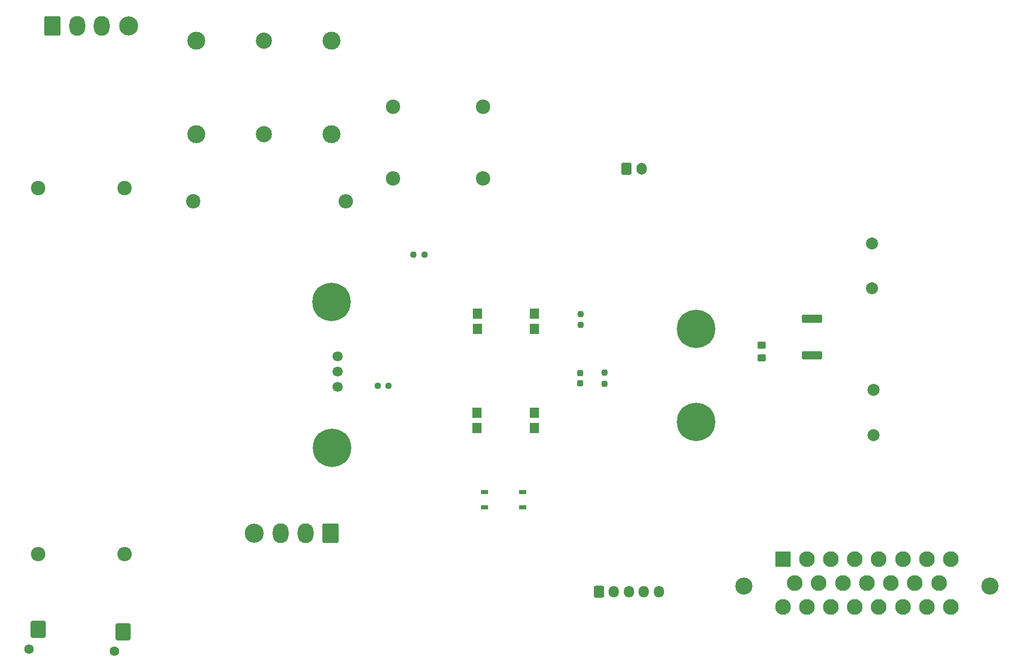
<source format=gbr>
%TF.GenerationSoftware,KiCad,Pcbnew,(6.0.1)*%
%TF.CreationDate,2022-11-29T11:45:27-05:00*%
%TF.ProjectId,high-voltage-board,68696768-2d76-46f6-9c74-6167652d626f,rev?*%
%TF.SameCoordinates,Original*%
%TF.FileFunction,Soldermask,Bot*%
%TF.FilePolarity,Negative*%
%FSLAX46Y46*%
G04 Gerber Fmt 4.6, Leading zero omitted, Abs format (unit mm)*
G04 Created by KiCad (PCBNEW (6.0.1)) date 2022-11-29 11:45:27*
%MOMM*%
%LPD*%
G01*
G04 APERTURE LIST*
G04 Aperture macros list*
%AMRoundRect*
0 Rectangle with rounded corners*
0 $1 Rounding radius*
0 $2 $3 $4 $5 $6 $7 $8 $9 X,Y pos of 4 corners*
0 Add a 4 corners polygon primitive as box body*
4,1,4,$2,$3,$4,$5,$6,$7,$8,$9,$2,$3,0*
0 Add four circle primitives for the rounded corners*
1,1,$1+$1,$2,$3*
1,1,$1+$1,$4,$5*
1,1,$1+$1,$6,$7*
1,1,$1+$1,$8,$9*
0 Add four rect primitives between the rounded corners*
20,1,$1+$1,$2,$3,$4,$5,0*
20,1,$1+$1,$4,$5,$6,$7,0*
20,1,$1+$1,$6,$7,$8,$9,0*
20,1,$1+$1,$8,$9,$2,$3,0*%
G04 Aperture macros list end*
%ADD10C,3.180000*%
%ADD11RoundRect,0.250000X1.070000X-1.400000X1.070000X1.400000X-1.070000X1.400000X-1.070000X-1.400000X0*%
%ADD12O,2.640000X3.300000*%
%ADD13RoundRect,0.250000X-0.600000X-0.750000X0.600000X-0.750000X0.600000X0.750000X-0.600000X0.750000X0*%
%ADD14O,1.700000X2.000000*%
%ADD15C,0.800000*%
%ADD16C,6.400000*%
%ADD17C,1.699848*%
%ADD18C,2.700000*%
%ADD19C,3.000000*%
%ADD20C,3.200000*%
%ADD21C,2.000000*%
%ADD22C,2.400000*%
%ADD23RoundRect,0.250000X-0.600000X-0.725000X0.600000X-0.725000X0.600000X0.725000X-0.600000X0.725000X0*%
%ADD24O,1.700000X1.950000*%
%ADD25C,1.600000*%
%ADD26RoundRect,0.250000X-0.980000X-1.150000X0.980000X-1.150000X0.980000X1.150000X-0.980000X1.150000X0*%
%ADD27O,2.400000X2.400000*%
%ADD28C,2.850000*%
%ADD29R,2.625000X2.625000*%
%ADD30C,2.625000*%
%ADD31RoundRect,0.250000X-1.070000X1.400000X-1.070000X-1.400000X1.070000X-1.400000X1.070000X1.400000X0*%
%ADD32R,1.500000X1.780000*%
%ADD33RoundRect,0.250000X-0.450000X0.325000X-0.450000X-0.325000X0.450000X-0.325000X0.450000X0.325000X0*%
%ADD34RoundRect,0.237500X0.237500X-0.250000X0.237500X0.250000X-0.237500X0.250000X-0.237500X-0.250000X0*%
%ADD35RoundRect,0.237500X0.237500X-0.300000X0.237500X0.300000X-0.237500X0.300000X-0.237500X-0.300000X0*%
%ADD36R,1.200000X0.800000*%
%ADD37RoundRect,0.249999X1.425001X-0.450001X1.425001X0.450001X-1.425001X0.450001X-1.425001X-0.450001X0*%
%ADD38RoundRect,0.237500X0.250000X0.237500X-0.250000X0.237500X-0.250000X-0.237500X0.250000X-0.237500X0*%
%ADD39RoundRect,0.237500X-0.250000X-0.237500X0.250000X-0.237500X0.250000X0.237500X-0.250000X0.237500X0*%
G04 APERTURE END LIST*
D10*
%TO.C,J5*%
X71643000Y-44451000D03*
D11*
X58923000Y-44451000D03*
D12*
X63063000Y-44451000D03*
X67203000Y-44451000D03*
%TD*%
D13*
%TO.C,J2*%
X154559000Y-68199000D03*
D14*
X157059000Y-68199000D03*
%TD*%
D15*
%TO.C,U7*%
X105439120Y-92834900D03*
X103732871Y-88715651D03*
D16*
X105439120Y-90421900D03*
D15*
X107145369Y-92128149D03*
X103732871Y-92128149D03*
X103026120Y-90421900D03*
X105439120Y-88008900D03*
X107145369Y-88715651D03*
X107852120Y-90421900D03*
D17*
X106455120Y-99438900D03*
X106455120Y-101978900D03*
X106455120Y-104518900D03*
D15*
X105530560Y-117091900D03*
X107897840Y-114633180D03*
X103071840Y-114724620D03*
X105439120Y-112265900D03*
X103810920Y-116417478D03*
X107158760Y-112940322D03*
X103746262Y-113004980D03*
X107223418Y-116352820D03*
D16*
X105484840Y-114678900D03*
D15*
X164438871Y-112067149D03*
X164438871Y-108654651D03*
X168558120Y-110360900D03*
D16*
X166145120Y-110360900D03*
D15*
X166145120Y-107947900D03*
X163732120Y-110360900D03*
X166145120Y-112773900D03*
X167851369Y-112067149D03*
X167851369Y-108654651D03*
X164438871Y-96573149D03*
X167851369Y-93160651D03*
D16*
X166145120Y-94866900D03*
D15*
X167851369Y-96573149D03*
X168558120Y-94866900D03*
X163732120Y-94866900D03*
X166145120Y-97279900D03*
X166145120Y-92453900D03*
X164438871Y-93160651D03*
%TD*%
D18*
%TO.C,F1*%
X94160000Y-62484000D03*
D19*
X105410000Y-62484000D03*
X82910000Y-62484000D03*
%TD*%
D20*
%TO.C,H4*%
X105439120Y-90421900D03*
%TD*%
D21*
%TO.C,C22*%
X195453000Y-80645000D03*
X195453000Y-88145000D03*
%TD*%
D22*
%TO.C,C19*%
X115690000Y-57912000D03*
X130690000Y-57912000D03*
%TD*%
D23*
%TO.C,J9*%
X149940000Y-138667000D03*
D24*
X152440000Y-138667000D03*
X154940000Y-138667000D03*
X157440000Y-138667000D03*
X159940000Y-138667000D03*
%TD*%
D20*
%TO.C,H2*%
X105537000Y-114808000D03*
%TD*%
D21*
%TO.C,C23*%
X195707000Y-112589000D03*
X195707000Y-105089000D03*
%TD*%
D20*
%TO.C,H1*%
X166243000Y-110617000D03*
%TD*%
D25*
%TO.C,J11*%
X69264400Y-148588800D03*
D26*
X70764400Y-145338800D03*
%TD*%
D22*
%TO.C,R9*%
X56591200Y-71424800D03*
D27*
X56591200Y-132384800D03*
%TD*%
D28*
%TO.C,J1*%
X174081000Y-137739500D03*
X215081000Y-137739500D03*
D29*
X180581000Y-133239500D03*
D30*
X184581000Y-133239500D03*
X188581000Y-133239500D03*
X192581000Y-133239500D03*
X196581000Y-133239500D03*
X200581000Y-133239500D03*
X204581000Y-133239500D03*
X208581000Y-133239500D03*
X182581000Y-137239500D03*
X186581000Y-137239500D03*
X190581000Y-137239500D03*
X194581000Y-137239500D03*
X198581000Y-137239500D03*
X202581000Y-137239500D03*
X206581000Y-137239500D03*
X180581000Y-141239500D03*
X184581000Y-141239500D03*
X188581000Y-141239500D03*
X192581000Y-141239500D03*
X196581000Y-141239500D03*
X200581000Y-141239500D03*
X204581000Y-141239500D03*
X208581000Y-141239500D03*
%TD*%
D18*
%TO.C,F2*%
X94160000Y-46863000D03*
D19*
X105410000Y-46863000D03*
X82910000Y-46863000D03*
%TD*%
D22*
%TO.C,R10*%
X71018400Y-71424800D03*
D27*
X71018400Y-132384800D03*
%TD*%
D20*
%TO.C,H3*%
X166243000Y-94869000D03*
%TD*%
D10*
%TO.C,J6*%
X92568000Y-128904000D03*
D31*
X105288000Y-128904000D03*
D12*
X101148000Y-128904000D03*
X97008000Y-128904000D03*
%TD*%
D22*
%TO.C,C2*%
X115690000Y-69850000D03*
X130690000Y-69850000D03*
%TD*%
%TO.C,R1*%
X82423000Y-73660000D03*
D27*
X107823000Y-73660000D03*
%TD*%
D25*
%TO.C,J8*%
X55091200Y-148207800D03*
D26*
X56591200Y-144957800D03*
%TD*%
D32*
%TO.C,U8*%
X139258000Y-92329000D03*
X139258000Y-94869000D03*
X129728000Y-94869000D03*
X129728000Y-92329000D03*
%TD*%
D33*
%TO.C,L2*%
X177038000Y-97654000D03*
X177038000Y-99704000D03*
%TD*%
D34*
%TO.C,R18*%
X146939000Y-94257500D03*
X146939000Y-92432500D03*
%TD*%
D32*
%TO.C,U2*%
X129651800Y-111404400D03*
X129651800Y-108864400D03*
X139181800Y-108864400D03*
X139181800Y-111404400D03*
%TD*%
D35*
%TO.C,C5*%
X146812000Y-103986500D03*
X146812000Y-102261500D03*
%TD*%
D36*
%TO.C,U9*%
X130962000Y-124587000D03*
X130962000Y-122047000D03*
X137262000Y-122047000D03*
X137262000Y-124587000D03*
%TD*%
D37*
%TO.C,R20*%
X185420000Y-99316000D03*
X185420000Y-93216000D03*
%TD*%
D34*
%TO.C,R2*%
X150876000Y-104036500D03*
X150876000Y-102211500D03*
%TD*%
D38*
%TO.C,R17*%
X114958500Y-104394000D03*
X113133500Y-104394000D03*
%TD*%
D39*
%TO.C,R8*%
X119102500Y-82550000D03*
X120927500Y-82550000D03*
%TD*%
M02*

</source>
